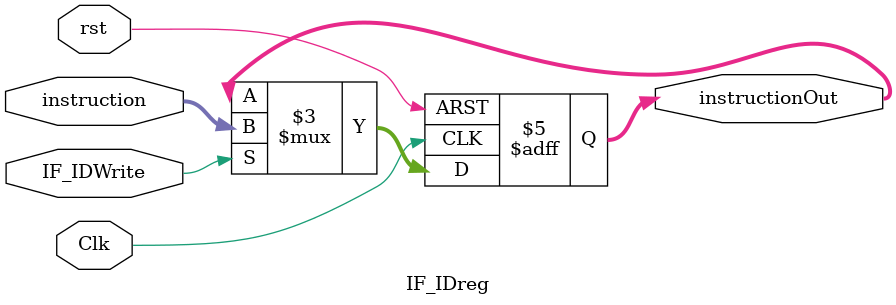
<source format=v>

module IF_IDreg(rst,
                IF_IDWrite,
                Clk,
                instruction,
                instructionOut);
  
  input rst;
  input Clk;
 input IF_IDWrite;
  input[31:0] instruction;
  output reg[31:0] instructionOut;
  
  always@(posedge Clk, posedge rst) begin
    if(rst) begin
      instructionOut <= 0;
    end
    else begin 
     if(IF_IDWrite)
      instructionOut <= instruction;
     else
      instructionOut <= instructionOut;  
    end
  end

endmodule
</source>
